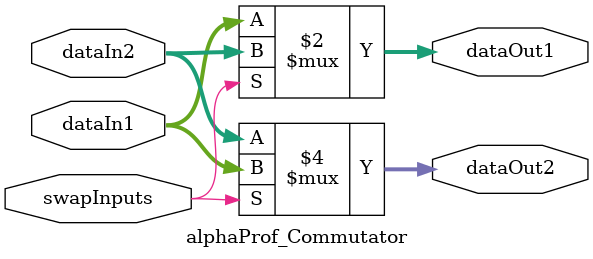
<source format=v>
`timescale 1ns / 1ps

module alphaProf_Commutator
#(
    parameter dataWidth = 32
)
(
    input [dataWidth-1:0] dataIn1,
    input [dataWidth-1:0] dataIn2,
    input swapInputs,
    output [dataWidth-1:0] dataOut1,
    output [dataWidth-1:0] dataOut2
);

assign dataOut1 = (swapInputs == 1'b0) ? dataIn1 : dataIn2;
assign dataOut2 = (swapInputs == 1'b0) ? dataIn2 : dataIn1;

endmodule

</source>
